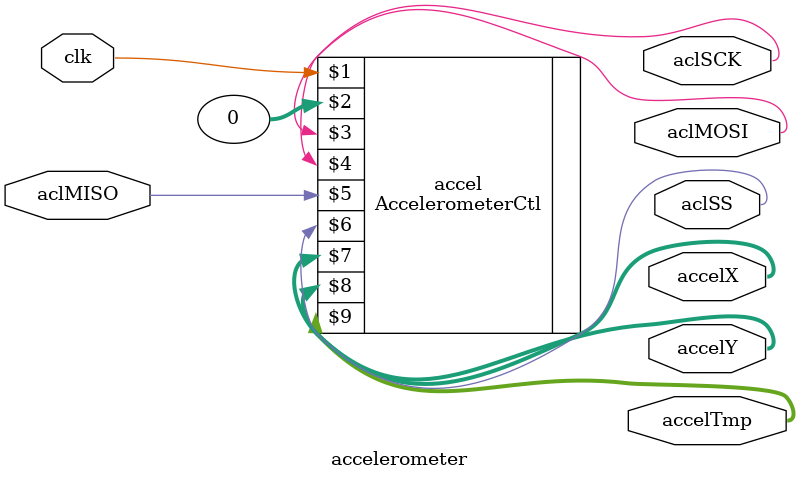
<source format=sv>
`timescale 1ns / 1ps

module accelerometer(
    input wire clk,     //use 100MHz clock
    
    //Accelerometer signals
    output wire aclSCK,
    output wire aclMOSI,
    input wire aclMISO,
    output wire aclSS,
    
    //Accelerometer data
    output wire [8:0] accelX, accelY,
    output wire [11:0] accelTmp
    );
    
    AccelerometerCtl accel(clk, 0, aclSCK, aclMOSI, aclMISO, aclSS, accelX, accelY, accelTmp);
    
endmodule

</source>
